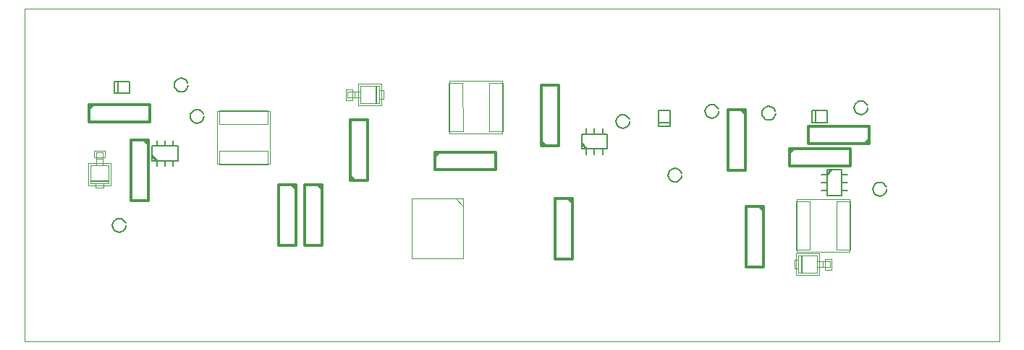
<source format=gbr>
%FSLAX44Y44*%
%OFA0.0000B0.0000*%
%SFA1B1*%
%MOMM*%
%ADD24C,0.1000X0.0000X0.0000*%
%ADD30C,0.1270X0.0000X0.0000*%
%ADD31C,0.0051X0.0000X0.0000*%
%ADD32C,0.0025X0.0000X0.0000*%
%ADD33C,0.3048X0.0000X0.0000*%
%LNFront_outline*%
%LPD*%
G54D10*
G54D24*
X0Y390000D2*
X0Y0D1*
X1140000Y390000D2*
X0Y390000D1*
X1140000Y0D2*
X1140000Y390000D1*
X0Y0D2*
X1140000Y0D1*
G54D30*
X116966Y140672D2*
X118109Y138437D1*
X115188Y142450D2*
X116966Y140672D1*
X112953Y143593D2*
X115188Y142450D1*
X110489Y143999D2*
X112953Y143593D1*
X108025Y143593D2*
X110489Y143999D1*
X105790Y142450D2*
X108025Y143593D1*
X104012Y140672D2*
X105790Y142450D1*
X102869Y138437D2*
X104012Y140672D1*
X102463Y135973D2*
X102869Y138437D1*
X102869Y133509D2*
X102463Y135973D1*
X104012Y131274D2*
X102869Y133509D1*
X105790Y129496D2*
X104012Y131274D1*
X108025Y128353D2*
X105790Y129496D1*
X110489Y127947D2*
X108025Y128353D1*
X112953Y128353D2*
X110489Y127947D1*
X115188Y129496D2*
X112953Y128353D1*
X116966Y131274D2*
X115188Y129496D1*
X118109Y133509D2*
X116966Y131274D1*
X118515Y135973D2*
X118109Y133509D1*
X876797Y272174D2*
X877940Y269939D1*
X875019Y273952D2*
X876797Y272174D1*
X872784Y275095D2*
X875019Y273952D1*
X870320Y275501D2*
X872784Y275095D1*
X867856Y275095D2*
X870320Y275501D1*
X865621Y273952D2*
X867856Y275095D1*
X863843Y272174D2*
X865621Y273952D1*
X862700Y269939D2*
X863843Y272174D1*
X862294Y267475D2*
X862700Y269939D1*
X862700Y265011D2*
X862294Y267475D1*
X863843Y262776D2*
X862700Y265011D1*
X865621Y260998D2*
X863843Y262776D1*
X867856Y259855D2*
X865621Y260998D1*
X870320Y259449D2*
X867856Y259855D1*
X872784Y259855D2*
X870320Y259449D1*
X875019Y260998D2*
X872784Y259855D1*
X876797Y262776D2*
X875019Y260998D1*
X877940Y265011D2*
X876797Y262776D1*
X878346Y267475D2*
X877940Y265011D1*
X767088Y199540D2*
X768231Y197305D1*
X765310Y201318D2*
X767088Y199540D1*
X763075Y202461D2*
X765310Y201318D1*
X760611Y202867D2*
X763075Y202461D1*
X758147Y202461D2*
X760611Y202867D1*
X755912Y201318D2*
X758147Y202461D1*
X754134Y199540D2*
X755912Y201318D1*
X752991Y197305D2*
X754134Y199540D1*
X752585Y194841D2*
X752991Y197305D1*
X752991Y192377D2*
X752585Y194841D1*
X754134Y190142D2*
X752991Y192377D1*
X755912Y188364D2*
X754134Y190142D1*
X758147Y187221D2*
X755912Y188364D1*
X760611Y186815D2*
X758147Y187221D1*
X763075Y187221D2*
X760611Y186815D1*
X765310Y188364D2*
X763075Y187221D1*
X767088Y190142D2*
X765310Y188364D1*
X768231Y192377D2*
X767088Y190142D1*
X768637Y194841D2*
X768231Y192377D1*
X208024Y268555D2*
X209167Y266320D1*
X206246Y270333D2*
X208024Y268555D1*
X204011Y271476D2*
X206246Y270333D1*
X201547Y271882D2*
X204011Y271476D1*
X199083Y271476D2*
X201547Y271882D1*
X196848Y270333D2*
X199083Y271476D1*
X195070Y268555D2*
X196848Y270333D1*
X193927Y266320D2*
X195070Y268555D1*
X193521Y263856D2*
X193927Y266320D1*
X193927Y261392D2*
X193521Y263856D1*
X195070Y259157D2*
X193927Y261392D1*
X196848Y257379D2*
X195070Y259157D1*
X199083Y256236D2*
X196848Y257379D1*
X201547Y255830D2*
X199083Y256236D1*
X204011Y256236D2*
X201547Y255830D1*
X206246Y257379D2*
X204011Y256236D1*
X208024Y259157D2*
X206246Y257379D1*
X209167Y261392D2*
X208024Y259157D1*
X209573Y263856D2*
X209167Y261392D1*
X1006756Y183115D2*
X1007899Y180880D1*
X1004978Y184893D2*
X1006756Y183115D1*
X1002743Y186036D2*
X1004978Y184893D1*
X1000279Y186442D2*
X1002743Y186036D1*
X997815Y186036D2*
X1000279Y186442D1*
X995580Y184893D2*
X997815Y186036D1*
X993802Y183115D2*
X995580Y184893D1*
X992659Y180880D2*
X993802Y183115D1*
X992253Y178416D2*
X992659Y180880D1*
X992659Y175952D2*
X992253Y178416D1*
X993802Y173717D2*
X992659Y175952D1*
X995580Y171939D2*
X993802Y173717D1*
X997815Y170796D2*
X995580Y171939D1*
X1000279Y170390D2*
X997815Y170796D1*
X1002743Y170796D2*
X1000279Y170390D1*
X1004978Y171939D2*
X1002743Y170796D1*
X1006756Y173717D2*
X1004978Y171939D1*
X1007899Y175952D2*
X1006756Y173717D1*
X1008305Y178416D2*
X1007899Y175952D1*
X706005Y262521D2*
X707148Y260286D1*
X704227Y264299D2*
X706005Y262521D1*
X701992Y265442D2*
X704227Y264299D1*
X699528Y265848D2*
X701992Y265442D1*
X697064Y265442D2*
X699528Y265848D1*
X694829Y264299D2*
X697064Y265442D1*
X693051Y262521D2*
X694829Y264299D1*
X691908Y260286D2*
X693051Y262521D1*
X691502Y257822D2*
X691908Y260286D1*
X691908Y255358D2*
X691502Y257822D1*
X693051Y253123D2*
X691908Y255358D1*
X694829Y251345D2*
X693051Y253123D1*
X697064Y250202D2*
X694829Y251345D1*
X699528Y249796D2*
X697064Y250202D1*
X701992Y250202D2*
X699528Y249796D1*
X704227Y251345D2*
X701992Y250202D1*
X706005Y253123D2*
X704227Y251345D1*
X707148Y255358D2*
X706005Y253123D1*
X707554Y257822D2*
X707148Y255358D1*
X810277Y274499D2*
X811420Y272264D1*
X808499Y276277D2*
X810277Y274499D1*
X806264Y277420D2*
X808499Y276277D1*
X803800Y277826D2*
X806264Y277420D1*
X801336Y277420D2*
X803800Y277826D1*
X799101Y276277D2*
X801336Y277420D1*
X797323Y274499D2*
X799101Y276277D1*
X796180Y272264D2*
X797323Y274499D1*
X795774Y269800D2*
X796180Y272264D1*
X796180Y267336D2*
X795774Y269800D1*
X797323Y265101D2*
X796180Y267336D1*
X799101Y263323D2*
X797323Y265101D1*
X801336Y262180D2*
X799101Y263323D1*
X803800Y261774D2*
X801336Y262180D1*
X806264Y262180D2*
X803800Y261774D1*
X808499Y263323D2*
X806264Y262180D1*
X810277Y265101D2*
X808499Y263323D1*
X811420Y267336D2*
X810277Y265101D1*
X811826Y269800D2*
X811420Y267336D1*
X984677Y278599D2*
X985820Y276364D1*
X982899Y280377D2*
X984677Y278599D1*
X980664Y281520D2*
X982899Y280377D1*
X978200Y281926D2*
X980664Y281520D1*
X975736Y281520D2*
X978200Y281926D1*
X973501Y280377D2*
X975736Y281520D1*
X971723Y278599D2*
X973501Y280377D1*
X970580Y276364D2*
X971723Y278599D1*
X970174Y273900D2*
X970580Y276364D1*
X970580Y271436D2*
X970174Y273900D1*
X971723Y269201D2*
X970580Y271436D1*
X973501Y267423D2*
X971723Y269201D1*
X975736Y266280D2*
X973501Y267423D1*
X978200Y265874D2*
X975736Y266280D1*
X980664Y266280D2*
X978200Y265874D1*
X982899Y267423D2*
X980664Y266280D1*
X984677Y269201D2*
X982899Y267423D1*
X985820Y271436D2*
X984677Y269201D1*
X986226Y273900D2*
X985820Y271436D1*
X189471Y305200D2*
X190614Y302965D1*
X187693Y306978D2*
X189471Y305200D1*
X185458Y308121D2*
X187693Y306978D1*
X182994Y308527D2*
X185458Y308121D1*
X180530Y308121D2*
X182994Y308527D1*
X178295Y306978D2*
X180530Y308121D1*
X176517Y305200D2*
X178295Y306978D1*
X175374Y302965D2*
X176517Y305200D1*
X174968Y300501D2*
X175374Y302965D1*
X175374Y298037D2*
X174968Y300501D1*
X176517Y295802D2*
X175374Y298037D1*
X178295Y294024D2*
X176517Y295802D1*
X180530Y292881D2*
X178295Y294024D1*
X182994Y292475D2*
X180530Y292881D1*
X185458Y292881D2*
X182994Y292475D1*
X187693Y294024D2*
X185458Y292881D1*
X189471Y295802D2*
X187693Y294024D1*
X190614Y298037D2*
X189471Y295802D1*
X191020Y300501D2*
X190614Y298037D1*
X108724Y290980D2*
X108724Y305000D1*
X104736Y290980D2*
X122720Y290980D1*
X122720Y290980D2*
X122720Y305000D1*
X122720Y305000D2*
X104736Y305000D1*
X104736Y305000D2*
X104736Y290980D1*
X924796Y256690D2*
X924796Y270710D1*
X920808Y256690D2*
X938792Y256690D1*
X938792Y256690D2*
X938792Y270710D1*
X938792Y270710D2*
X920808Y270710D1*
X920808Y270710D2*
X920808Y256690D1*
X755079Y256491D2*
X741059Y256491D1*
X755079Y252503D2*
X755079Y270487D1*
X755079Y270487D2*
X741059Y270487D1*
X741059Y270487D2*
X741059Y252503D1*
X741059Y252503D2*
X755079Y252503D1*
X179111Y211891D2*
X149089Y211891D1*
X149089Y211891D2*
X149089Y228909D1*
X149089Y228909D2*
X179111Y228909D1*
X179111Y228909D2*
X179111Y211891D1*
X155591Y211916D2*
X149114Y218393D1*
X154067Y211916D2*
X149114Y216869D1*
X164100Y228985D2*
X164100Y235589D1*
X173625Y228985D2*
X173625Y235589D1*
X154575Y228985D2*
X154575Y235589D1*
X164100Y211815D2*
X164100Y205211D1*
X173625Y211815D2*
X173625Y205211D1*
X154575Y211815D2*
X154575Y205211D1*
X938354Y170989D2*
X938354Y201011D1*
X938354Y201011D2*
X955372Y201011D1*
X955372Y201011D2*
X955372Y170989D1*
X955372Y170989D2*
X938354Y170989D1*
X938379Y194509D2*
X944856Y200986D1*
X938379Y196033D2*
X943332Y200986D1*
X955448Y186000D2*
X962052Y186000D1*
X955448Y176475D2*
X962052Y176475D1*
X955448Y195525D2*
X962052Y195525D1*
X938278Y186000D2*
X931674Y186000D1*
X938278Y176475D2*
X931674Y176475D1*
X938278Y195525D2*
X931674Y195525D1*
X681511Y226191D2*
X651489Y226191D1*
X651489Y226191D2*
X651489Y243209D1*
X651489Y243209D2*
X681511Y243209D1*
X681511Y243209D2*
X681511Y226191D1*
X657991Y226216D2*
X651514Y232693D1*
X656467Y226216D2*
X651514Y231169D1*
X666500Y243285D2*
X666500Y249889D1*
X676025Y243285D2*
X676025Y249889D1*
X656975Y243285D2*
X656975Y249889D1*
X666500Y226115D2*
X666500Y219511D1*
X676025Y226115D2*
X676025Y219511D1*
X656975Y226115D2*
X656975Y219511D1*
G54D31*
X543402Y246090D2*
X559404Y246090D1*
X543402Y302986D2*
X543402Y246090D1*
X559302Y303088D2*
X543300Y303088D1*
X559404Y246090D2*
X559302Y302986D1*
X512414Y246090D2*
X512312Y302986D1*
X512312Y302986D2*
X496310Y302986D1*
X496310Y302986D2*
X496310Y246090D1*
X496310Y246090D2*
X512312Y246090D1*
X496920Y243601D2*
X496920Y305577D1*
X496920Y305577D2*
X527908Y305577D1*
X527908Y305577D2*
X558921Y305577D1*
X558921Y305577D2*
X558921Y243601D1*
X558921Y243601D2*
X496920Y243601D1*
X949582Y107083D2*
X965584Y107083D1*
X949582Y163979D2*
X949582Y107083D1*
X965482Y164081D2*
X949480Y164081D1*
X965584Y107083D2*
X965482Y163979D1*
X918594Y107083D2*
X918492Y163979D1*
X918492Y163979D2*
X902490Y163979D1*
X902490Y163979D2*
X902490Y107083D1*
X902490Y107083D2*
X918492Y107083D1*
X903100Y104594D2*
X903100Y166570D1*
X903100Y166570D2*
X934088Y166570D1*
X934088Y166570D2*
X965101Y166570D1*
X965101Y166570D2*
X965101Y104594D1*
X965101Y104594D2*
X903100Y104594D1*
X284370Y254718D2*
X284370Y270720D1*
X227474Y254718D2*
X284370Y254718D1*
X227372Y270618D2*
X227372Y254616D1*
X284370Y270720D2*
X227474Y270618D1*
X284370Y223730D2*
X227474Y223628D1*
X227474Y223628D2*
X227474Y207626D1*
X227474Y207626D2*
X284370Y207626D1*
X284370Y207626D2*
X284370Y223628D1*
X286859Y208236D2*
X224883Y208236D1*
X224883Y208236D2*
X224883Y239224D1*
X224883Y239224D2*
X224883Y270237D1*
X224883Y270237D2*
X286859Y270237D1*
X286859Y270237D2*
X286859Y208236D1*
X504106Y167402D2*
X513199Y158207D1*
X513097Y97298D2*
X453103Y97298D1*
X453103Y97298D2*
X453103Y167300D1*
X453103Y167300D2*
X513097Y167300D1*
X513097Y167300D2*
X513097Y97298D1*
G54D32*
X93688Y215709D2*
X80988Y215709D1*
X80988Y215709D2*
X80988Y223303D1*
X80988Y223303D2*
X93688Y223303D1*
X93688Y223303D2*
X93688Y215709D1*
X77102Y189089D2*
X97600Y189089D1*
X97600Y188099D2*
X77102Y188099D1*
X100089Y182511D2*
X100089Y209308D1*
X100089Y209308D2*
X74588Y209308D1*
X74588Y209308D2*
X74588Y182511D1*
X74588Y182511D2*
X100089Y182511D1*
X90793Y213804D2*
X83909Y213804D1*
X90793Y206793D2*
X90793Y221805D1*
X90793Y221805D2*
X83909Y221805D1*
X83909Y221805D2*
X83909Y206793D1*
X92393Y185000D2*
X92393Y179996D1*
X92393Y179996D2*
X82309Y179996D1*
X82309Y179996D2*
X82309Y185000D1*
X97600Y185000D2*
X77102Y185000D1*
X77102Y185000D2*
X77102Y206793D1*
X77102Y206793D2*
X97600Y206793D1*
X97600Y206793D2*
X97600Y185000D1*
X935909Y84112D2*
X935909Y96812D1*
X935909Y96812D2*
X943503Y96812D1*
X943503Y96812D2*
X943503Y84112D1*
X943503Y84112D2*
X935909Y84112D1*
X909289Y100698D2*
X909289Y80200D1*
X908299Y80200D2*
X908299Y100698D1*
X902711Y77711D2*
X929508Y77711D1*
X929508Y77711D2*
X929508Y103212D1*
X929508Y103212D2*
X902711Y103212D1*
X902711Y103212D2*
X902711Y77711D1*
X934004Y87007D2*
X934004Y93891D1*
X926993Y87007D2*
X942005Y87007D1*
X942005Y87007D2*
X942005Y93891D1*
X942005Y93891D2*
X926993Y93891D1*
X905200Y85407D2*
X900196Y85407D1*
X900196Y85407D2*
X900196Y95491D1*
X900196Y95491D2*
X905200Y95491D1*
X905200Y80200D2*
X905200Y100698D1*
X905200Y100698D2*
X926993Y100698D1*
X926993Y100698D2*
X926993Y80200D1*
X926993Y80200D2*
X905200Y80200D1*
X383687Y295493D2*
X383687Y282793D1*
X383687Y282793D2*
X376093Y282793D1*
X376093Y282793D2*
X376093Y295493D1*
X376093Y295493D2*
X383687Y295493D1*
X410307Y278907D2*
X410307Y299405D1*
X411297Y299405D2*
X411297Y278907D1*
X416885Y301894D2*
X390088Y301894D1*
X390088Y301894D2*
X390088Y276393D1*
X390088Y276393D2*
X416885Y276393D1*
X416885Y276393D2*
X416885Y301894D1*
X385592Y292598D2*
X385592Y285714D1*
X392603Y292598D2*
X377591Y292598D1*
X377591Y292598D2*
X377591Y285714D1*
X377591Y285714D2*
X392603Y285714D1*
X414396Y294198D2*
X419400Y294198D1*
X419400Y294198D2*
X419400Y284114D1*
X419400Y284114D2*
X414396Y284114D1*
X414396Y299405D2*
X414396Y278907D1*
X414396Y278907D2*
X392603Y278907D1*
X392603Y278907D2*
X392603Y299405D1*
X392603Y299405D2*
X414396Y299405D1*
G54D33*
X842660Y271260D2*
X842660Y200140D1*
X842660Y200140D2*
X822340Y200140D1*
X822340Y200140D2*
X822340Y271260D1*
X822340Y271260D2*
X842660Y271260D1*
X837580Y271260D2*
X842660Y266180D1*
X987760Y231640D2*
X916640Y231640D1*
X916640Y231640D2*
X916640Y251960D1*
X916640Y251960D2*
X987760Y251960D1*
X987760Y251960D2*
X987760Y231640D1*
X987760Y236720D2*
X982680Y231640D1*
X144360Y235725D2*
X144360Y164605D1*
X144360Y164605D2*
X124040Y164605D1*
X124040Y164605D2*
X124040Y235725D1*
X124040Y235725D2*
X144360Y235725D1*
X139280Y235725D2*
X144360Y230645D1*
X479740Y221760D2*
X550860Y221760D1*
X550860Y221760D2*
X550860Y201440D1*
X550860Y201440D2*
X479740Y201440D1*
X479740Y201440D2*
X479740Y221760D1*
X479740Y216680D2*
X484820Y221760D1*
X640932Y167237D2*
X640932Y96117D1*
X640932Y96117D2*
X620612Y96117D1*
X620612Y96117D2*
X620612Y167237D1*
X620612Y167237D2*
X640932Y167237D1*
X635852Y167237D2*
X640932Y162157D1*
X347360Y183660D2*
X347360Y112540D1*
X347360Y112540D2*
X327040Y112540D1*
X327040Y112540D2*
X327040Y183660D1*
X327040Y183660D2*
X347360Y183660D1*
X342280Y183660D2*
X347360Y178580D1*
X604181Y229334D2*
X604181Y300454D1*
X604181Y300454D2*
X624501Y300454D1*
X624501Y300454D2*
X624501Y229334D1*
X624501Y229334D2*
X604181Y229334D1*
X609261Y229334D2*
X604181Y234414D1*
X894840Y226060D2*
X965960Y226060D1*
X965960Y226060D2*
X965960Y205740D1*
X965960Y205740D2*
X894840Y205740D1*
X894840Y205740D2*
X894840Y226060D1*
X894840Y220980D2*
X899920Y226060D1*
X75340Y277760D2*
X146460Y277760D1*
X146460Y277760D2*
X146460Y257440D1*
X146460Y257440D2*
X75340Y257440D1*
X75340Y257440D2*
X75340Y277760D1*
X75340Y272680D2*
X80420Y277760D1*
X380670Y188630D2*
X380670Y259750D1*
X380670Y259750D2*
X400990Y259750D1*
X400990Y259750D2*
X400990Y188630D1*
X400990Y188630D2*
X380670Y188630D1*
X385750Y188630D2*
X380670Y193710D1*
X864323Y158091D2*
X864323Y86971D1*
X864323Y86971D2*
X844003Y86971D1*
X844003Y86971D2*
X844003Y158091D1*
X844003Y158091D2*
X864323Y158091D1*
X859243Y158091D2*
X864323Y153011D1*
X317218Y183754D2*
X317218Y112634D1*
X317218Y112634D2*
X296898Y112634D1*
X296898Y112634D2*
X296898Y183754D1*
X296898Y183754D2*
X317218Y183754D1*
X312138Y183754D2*
X317218Y178674D1*
M02*

</source>
